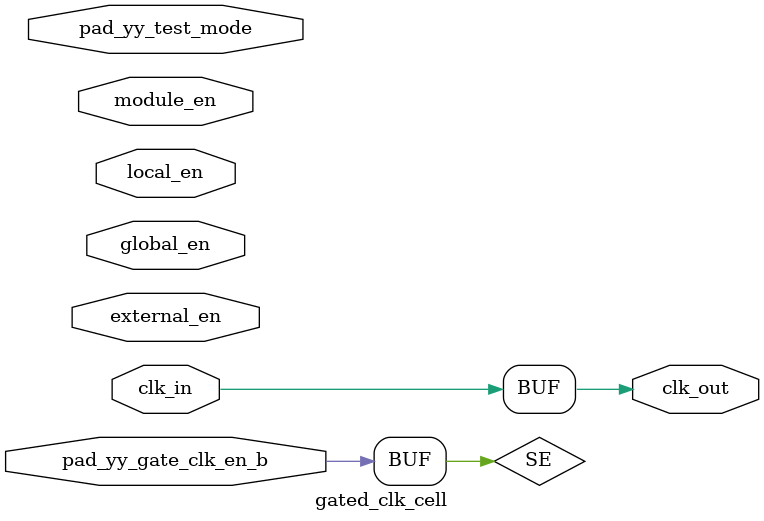
<source format=v>
/*Copyright 2018-2021 T-Head Semiconductor Co., Ltd.

Licensed under the Apache License, Version 2.0 (the "License");
you may not use this file except in compliance with the License.
You may obtain a copy of the License at

    http://www.apache.org/licenses/LICENSE-2.0

Unless required by applicable law or agreed to in writing, software
distributed under the License is distributed on an "AS IS" BASIS,
WITHOUT WARRANTIES OR CONDITIONS OF ANY KIND, either express or implied.
See the License for the specific language governing permissions and
limitations under the License.
*/

module gated_clk_cell(
  clk_in,
  global_en,
  module_en,
  local_en,
  external_en,
  pad_yy_gate_clk_en_b,
  pad_yy_test_mode,
  clk_out
);

input  clk_in;
input  global_en;
input  module_en;
input  local_en;
input  external_en;
input  pad_yy_test_mode;
input  pad_yy_gate_clk_en_b;
output clk_out;

wire   clk_en_bf_latch;
wire   SE;

assign clk_en_bf_latch = (global_en && (module_en || local_en)) || external_en ;

// SE driven from primary input, held constant
assign SE	       = pad_yy_gate_clk_en_b;
 
// //   &Connect(    .clk_in           (clk_in), @50
// //                .SE               (SE), @51
// //                .external_en      (clk_en_bf_latch), @52
// //                .clk_out          (clk_out) @53
// //                ) ; @54
assign clk_out = clk_in;

endmodule   

</source>
